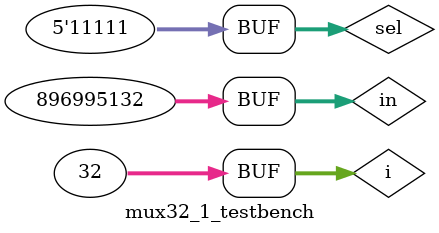
<source format=sv>
`timescale 1ns/10ps

module mux32_1 (
   output logic        out,
   input  logic [31:0] in,
   input  logic  [4:0] sel
);

   logic [3:0] mid;
   mux8_1 m0 (.out(mid[0]), .in(in[7:0]),   .sel(sel[2:0]));
   mux8_1 m1 (.out(mid[1]), .in(in[15:8]),  .sel(sel[2:0]));
   mux8_1 m2 (.out(mid[2]), .in(in[23:16]), .sel(sel[2:0]));
   mux8_1 m3 (.out(mid[3]), .in(in[31:24]), .sel(sel[2:0]));

   mux4_1 mOut (.out, .in(mid), .sel(sel[4:3]));
endmodule

module mux32_1_testbench ();
   logic        out;
   logic [31:0] in;
   logic  [4:0] sel;

   mux32_1 dut (.out, .in, .sel);

   integer i;
   initial begin
      in = 32'hCA88_F0C3;
      for (i = 0; i < 32; i++) begin
         sel = i; #10;
         assert(out == in[i]);
      end

      in = ~in;
      for (i = 0; i < 32; i++) begin
         sel = i; #10;
         assert(out == in[i]);
      end
   end
endmodule

</source>
